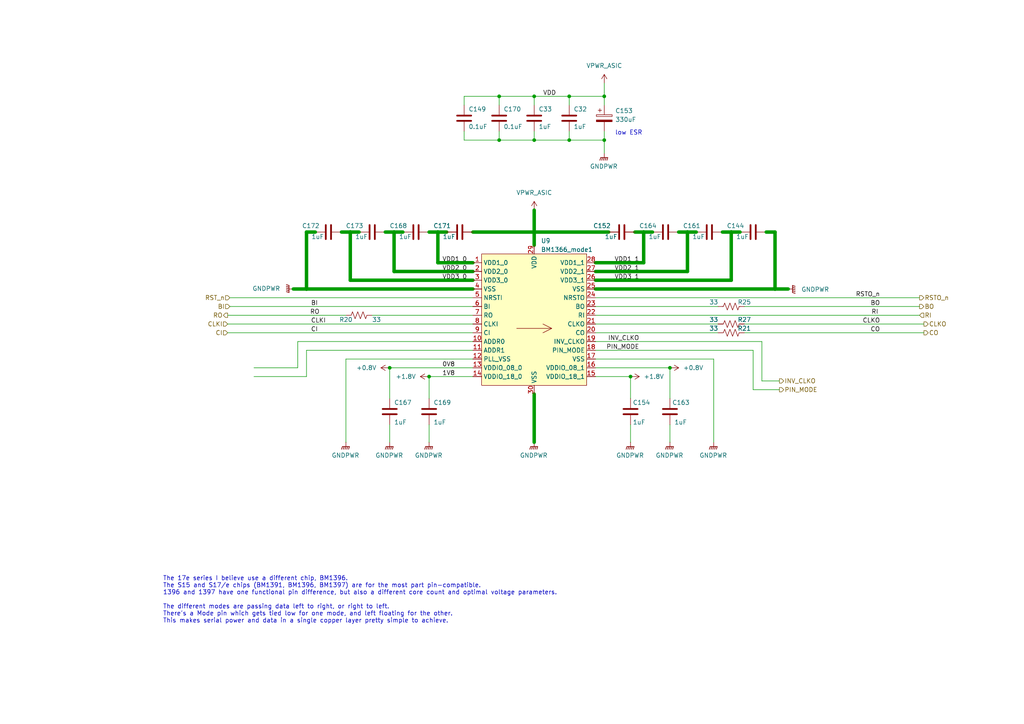
<source format=kicad_sch>
(kicad_sch (version 20231120) (generator "eeschema") (generator_version "8.0")
  (paper "A4")
  (lib_symbols
    (symbol "Device:C" (pin_numbers hide) (pin_names (offset 0.254))
      (property "Reference" "C" (at 0.635 2.54 0))
      (property "Value" "C" (at 0.635 -2.54 0))
      (symbol "C_0_1"
        (polyline (pts (xy -2.032 -0.762) (xy 2.032 -0.762)) (stroke (width 0.508)))
        (polyline (pts (xy -2.032 0.762) (xy 2.032 0.762)) (stroke (width 0.508)))
      )
      (symbol "C_1_1"
        (pin passive line (at 0 3.81 270) (length 2.794) (name "~") (number "1"))
        (pin passive line (at 0 -3.81 90) (length 2.794) (name "~") (number "2"))
      )
    )
    (symbol "Device:C_Polarized" (pin_numbers hide) (pin_names (offset 0.254))
      (property "Reference" "C" (at 0.635 2.54 0))
      (property "Value" "C_Polarized" (at 0.635 -2.54 0))
      (symbol "C_Polarized_0_1"
        (rectangle (start -2.286 0.508) (end 2.286 1.016))
        (polyline (pts (xy -1.778 2.286) (xy -0.762 2.286)))
        (polyline (pts (xy -1.27 2.794) (xy -1.27 1.778)))
        (rectangle (start 2.286 -0.508) (end -2.286 -1.016) (fill (type outline)))
      )
      (symbol "C_Polarized_1_1"
        (pin passive line (at 0 3.81 270) (length 2.794) (name "~") (number "1"))
        (pin passive line (at 0 -3.81 90) (length 2.794) (name "~") (number "2"))
      )
    )
    (symbol "Device:R_US" (pin_numbers hide) (pin_names (offset 0))
      (property "Reference" "R" (at 2.54 0 90))
      (property "Value" "R_US" (at -2.54 0 90))
      (symbol "R_US_0_1"
        (polyline (pts (xy 0 -2.286) (xy 0 -2.54)))
        (polyline (pts (xy 0 2.286) (xy 0 2.54)))
        (polyline (pts (xy 0 -0.762) (xy 1.016 -1.143) (xy 0 -1.524) (xy -1.016 -1.905) (xy 0 -2.286)))
        (polyline (pts (xy 0 0.762) (xy 1.016 0.381) (xy 0 0) (xy -1.016 -0.381) (xy 0 -0.762)))
        (polyline (pts (xy 0 2.286) (xy 1.016 1.905) (xy 0 1.524) (xy -1.016 1.143) (xy 0 0.762)))
      )
      (symbol "R_US_1_1"
        (pin passive line (at 0 3.81 270) (length 1.27) (name "~") (number "1"))
        (pin passive line (at 0 -3.81 90) (length 1.27) (name "~") (number "2"))
      )
    )
    (symbol "bitaxe:BM1366_mode1"
      (property "Reference" "U14" (at 1.9559 24.13 0))
      (property "Value" "BM1366_mode1" (at 1.9559 21.59 0))
      (symbol "BM1366_mode1_0_1"
        (rectangle (start -15.24 20.32) (end 15.24 -17.78) (fill (type background)))
        (polyline (pts (xy 5.08 -1.27) (xy -5.08 -1.27)))
        (polyline (pts (xy 5.08 -1.27) (xy 2.54 -2.54)))
        (polyline (pts (xy 5.08 -1.27) (xy 2.54 0)))
      )
      (symbol "BM1366_mode1_1_1"
        (pin power_in line (at -17.78 17.78 0) (length 2.54) (name "VDD1_0") (number "1"))
        (pin input line (at -17.78 -5.08 0) (length 2.54) (name "ADDR0") (number "10"))
        (pin input line (at -17.78 -7.62 0) (length 2.54) (name "ADDR1") (number "11"))
        (pin power_in line (at -17.78 -10.16 0) (length 2.54) (name "PLL_VSS") (number "12"))
        (pin power_in line (at -17.78 -12.7 0) (length 2.54) (name "VDDIO_08_0") (number "13"))
        (pin power_in line (at -17.78 -15.24 0) (length 2.54) (name "VDDIO_18_0") (number "14"))
        (pin power_in line (at 17.78 -15.24 180) (length 2.54) (name "VDDIO_18_1") (number "15"))
        (pin power_in line (at 17.78 -12.7 180) (length 2.54) (name "VDDIO_08_1") (number "16"))
        (pin power_in line (at 17.78 -10.16 180) (length 2.54) (name "VSS") (number "17"))
        (pin input line (at 17.78 -7.62 180) (length 2.54) (name "PIN_MODE") (number "18"))
        (pin output line (at 17.78 -5.08 180) (length 2.54) (name "INV_CLKO") (number "19"))
        (pin power_in line (at -17.78 15.24 0) (length 2.54) (name "VDD2_0") (number "2"))
        (pin output line (at 17.78 -2.54 180) (length 2.54) (name "CO") (number "20"))
        (pin output line (at 17.78 0 180) (length 2.54) (name "CLKO") (number "21"))
        (pin input line (at 17.78 2.54 180) (length 2.54) (name "RI") (number "22"))
        (pin output line (at 17.78 5.08 180) (length 2.54) (name "BO") (number "23"))
        (pin output line (at 17.78 7.62 180) (length 2.54) (name "NRSTO") (number "24"))
        (pin power_in line (at 17.78 10.16 180) (length 2.54) (name "VSS") (number "25"))
        (pin power_in line (at 17.78 12.7 180) (length 2.54) (name "VDD3_1") (number "26"))
        (pin power_in line (at 17.78 15.24 180) (length 2.54) (name "VDD2_1") (number "27"))
        (pin power_in line (at 17.78 17.78 180) (length 2.54) (name "VDD1_1") (number "28"))
        (pin power_in line (at 0 22.86 270) (length 2.54) (name "VDD") (number "29"))
        (pin power_in line (at -17.78 12.7 0) (length 2.54) (name "VDD3_0") (number "3"))
        (pin power_in line (at 0 -20.32 90) (length 2.54) (name "VSS") (number "30"))
        (pin power_in line (at -17.78 10.16 0) (length 2.54) (name "VSS") (number "4"))
        (pin input line (at -17.78 7.62 0) (length 2.54) (name "NRSTI") (number "5"))
        (pin input line (at -17.78 5.08 0) (length 2.54) (name "BI") (number "6"))
        (pin output line (at -17.78 2.54 0) (length 2.54) (name "RO") (number "7"))
        (pin input line (at -17.78 0 0) (length 2.54) (name "CLKI") (number "8"))
        (pin input line (at -17.78 -2.54 0) (length 2.54) (name "CI") (number "9"))
      )
    )
    (symbol "power:GNDPWR" (power) (pin_numbers hide) (pin_names (offset 0) hide)
      (property "Value" "GNDPWR" (at 0 -3.302 0))
      (symbol "GNDPWR_0_1"
        (polyline (pts (xy 0 -1.27) (xy 0 0)))
        (polyline (pts (xy -1.016 -1.27) (xy -1.27 -2.032) (xy -1.27 -2.032)) (stroke (width 0.2032)))
        (polyline (pts (xy -0.508 -1.27) (xy -0.762 -2.032) (xy -0.762 -2.032)) (stroke (width 0.2032)))
        (polyline (pts (xy 0 -1.27) (xy -0.254 -2.032) (xy -0.254 -2.032)) (stroke (width 0.2032)))
        (polyline (pts (xy 0.508 -1.27) (xy 0.254 -2.032) (xy 0.254 -2.032)) (stroke (width 0.2032)))
        (polyline (pts (xy 1.016 -1.27) (xy -1.016 -1.27) (xy -1.016 -1.27)) (stroke (width 0.2032)))
        (polyline (pts (xy 1.016 -1.27) (xy 0.762 -2.032) (xy 0.762 -2.032) (xy 0.762 -2.032)) (stroke (width 0.2032)))
      )
      (symbol "GNDPWR_1_1"
        (pin power_in line (at 0 0 270) (length 0) (name "~") (number "1"))
      )
    )
    (symbol "power:VDD" (power) (pin_numbers hide) (pin_names (offset 0) hide)
      (property "Value" "VDD" (at 0 3.556 0))
      (symbol "VDD_0_1"
        (polyline (pts (xy -0.762 1.27) (xy 0 2.54)))
        (polyline (pts (xy 0 0) (xy 0 2.54)))
        (polyline (pts (xy 0 2.54) (xy 0.762 1.27)))
      )
      (symbol "VDD_1_1"
        (pin power_in line (at 0 0 90) (length 0) (name "~") (number "1"))
      )
    )
  )
  (junction (at 113.03 106.68))
  (junction (at 154.94 40.64) (diameter 0.9144))
  (junction (at 165.1 40.64))
  (junction (at 165.1 27.94))
  (junction (at 175.26 27.94))
  (junction (at 154.94 67.31))
  (junction (at 144.78 40.64) (diameter 0.9144))
  (junction (at 114.3 67.31))
  (junction (at 224.79 83.82))
  (junction (at 212.09 67.31))
  (junction (at 175.26 40.64))
  (junction (at 182.88 109.22))
  (junction (at 124.46 109.22))
  (junction (at 194.31 106.68))
  (junction (at 154.94 27.94) (diameter 0.9144))
  (junction (at 101.6 67.31))
  (junction (at 144.78 27.94) (diameter 0.9144))
  (junction (at 186.69 67.31))
  (junction (at 127 67.31))
  (junction (at 199.39 67.31))
  (junction (at 88.9 83.82))
  (wire (pts (xy 172.72 78.74) (xy 199.39 78.74)) (stroke (width 1)))
  (wire (pts (xy 172.72 91.44) (xy 266.7 91.44)))
  (wire (pts (xy 172.72 81.28) (xy 212.09 81.28)) (stroke (width 1)))
  (wire (pts (xy 175.26 44.45) (xy 175.26 40.64)))
  (wire (pts (xy 224.79 83.82) (xy 224.79 67.31)) (stroke (width 1)))
  (wire (pts (xy 73.66 109.22) (xy 88.9 109.22)))
  (wire (pts (xy 224.79 67.31) (xy 222.25 67.31)) (stroke (width 1)))
  (wire (pts (xy 172.72 106.68) (xy 194.31 106.68)))
  (wire (pts (xy 144.78 30.48) (xy 144.78 27.94)))
  (wire (pts (xy 194.31 106.68) (xy 194.31 115.57)))
  (wire (pts (xy 186.69 76.2) (xy 186.69 67.31)) (stroke (width 1)))
  (wire (pts (xy 172.72 99.06) (xy 220.98 99.06)))
  (wire (pts (xy 184.15 67.31) (xy 186.69 67.31)) (stroke (width 1)))
  (wire (pts (xy 88.9 83.82) (xy 88.9 67.31)) (stroke (width 1)))
  (wire (pts (xy 88.9 101.6) (xy 137.16 101.6)))
  (wire (pts (xy 86.36 106.68) (xy 86.36 99.06)))
  (wire (pts (xy 224.79 83.82) (xy 228.6 83.82)) (stroke (width 1)))
  (wire (pts (xy 196.85 67.31) (xy 199.39 67.31)) (stroke (width 1)))
  (wire (pts (xy 165.1 30.48) (xy 165.1 27.94)))
  (wire (pts (xy 172.72 76.2) (xy 186.69 76.2)) (stroke (width 1)))
  (wire (pts (xy 172.72 96.52) (xy 208.28 96.52)))
  (wire (pts (xy 66.04 96.52) (xy 137.16 96.52)))
  (wire (pts (xy 172.72 83.82) (xy 224.79 83.82)) (stroke (width 1)))
  (wire (pts (xy 172.72 109.22) (xy 182.88 109.22)))
  (wire (pts (xy 215.9 88.9) (xy 266.7 88.9)))
  (wire (pts (xy 113.03 106.68) (xy 137.16 106.68)))
  (wire (pts (xy 182.88 123.19) (xy 182.88 128.27)))
  (wire (pts (xy 107.95 91.44) (xy 137.16 91.44)))
  (wire (pts (xy 199.39 78.74) (xy 199.39 67.31)) (stroke (width 1)))
  (wire (pts (xy 66.04 93.98) (xy 137.16 93.98)))
  (wire (pts (xy 114.3 67.31) (xy 116.84 67.31)))
  (wire (pts (xy 182.88 109.22) (xy 182.88 115.57)))
  (wire (pts (xy 175.26 38.1) (xy 175.26 40.64)))
  (wire (pts (xy 73.66 106.68) (xy 86.36 106.68)))
  (wire (pts (xy 114.3 67.31) (xy 116.84 67.31)) (stroke (width 1)))
  (wire (pts (xy 172.72 101.6) (xy 218.44 101.6)))
  (wire (pts (xy 154.94 27.94) (xy 165.1 27.94)))
  (wire (pts (xy 124.46 123.19) (xy 124.46 128.27)))
  (wire (pts (xy 111.76 67.31) (xy 114.3 67.31)) (stroke (width 1)))
  (wire (pts (xy 137.16 67.31) (xy 154.94 67.31)) (stroke (width 1)))
  (wire (pts (xy 144.78 40.64) (xy 154.94 40.64)))
  (wire (pts (xy 194.31 123.19) (xy 194.31 128.27)))
  (wire (pts (xy 127 76.2) (xy 137.16 76.2)) (stroke (width 1)))
  (wire (pts (xy 127 67.31) (xy 125.73 67.31)))
  (wire (pts (xy 172.72 104.14) (xy 207.01 104.14)))
  (wire (pts (xy 101.6 67.31) (xy 104.14 67.31)) (stroke (width 1)))
  (wire (pts (xy 199.39 67.31) (xy 201.93 67.31)) (stroke (width 1)))
  (wire (pts (xy 209.55 67.31) (xy 212.09 67.31)) (stroke (width 1)))
  (wire (pts (xy 186.69 67.31) (xy 189.23 67.31)) (stroke (width 1)))
  (wire (pts (xy 86.36 99.06) (xy 137.16 99.06)))
  (wire (pts (xy 172.72 88.9) (xy 208.28 88.9)))
  (wire (pts (xy 165.1 40.64) (xy 175.26 40.64)))
  (wire (pts (xy 215.9 93.98) (xy 267.97 93.98)))
  (wire (pts (xy 66.675 86.36) (xy 137.16 86.36)))
  (wire (pts (xy 144.78 38.1) (xy 144.78 40.64)))
  (wire (pts (xy 137.16 104.14) (xy 100.33 104.14)))
  (wire (pts (xy 114.3 78.74) (xy 137.16 78.74)) (stroke (width 1)))
  (wire (pts (xy 144.78 27.94) (xy 154.94 27.94)))
  (wire (pts (xy 66.675 88.9) (xy 137.16 88.9)))
  (wire (pts (xy 66.04 91.44) (xy 100.33 91.44)))
  (wire (pts (xy 154.94 67.31) (xy 154.94 71.12)) (stroke (width 1)))
  (wire (pts (xy 100.33 104.14) (xy 100.33 128.27)))
  (wire (pts (xy 134.62 38.1) (xy 134.62 40.64)))
  (wire (pts (xy 212.09 67.31) (xy 214.63 67.31)) (stroke (width 1)))
  (wire (pts (xy 226.06 110.49) (xy 220.98 110.49)))
  (wire (pts (xy 154.94 30.48) (xy 154.94 27.94)))
  (wire (pts (xy 154.94 60.96) (xy 154.94 67.31)) (stroke (width 1)))
  (wire (pts (xy 113.03 106.68) (xy 113.03 115.57)))
  (wire (pts (xy 226.06 113.03) (xy 218.44 113.03)))
  (wire (pts (xy 127 67.31) (xy 127 76.2)) (stroke (width 1)))
  (wire (pts (xy 101.6 81.28) (xy 137.16 81.28)) (stroke (width 1)))
  (wire (pts (xy 124.46 109.22) (xy 137.16 109.22)))
  (wire (pts (xy 220.98 110.49) (xy 220.98 99.06)))
  (wire (pts (xy 134.62 30.48) (xy 134.62 27.94)))
  (wire (pts (xy 88.9 67.31) (xy 91.44 67.31)) (stroke (width 1)))
  (wire (pts (xy 113.03 123.19) (xy 113.03 128.27)))
  (wire (pts (xy 165.1 38.1) (xy 165.1 40.64)))
  (wire (pts (xy 88.9 83.82) (xy 137.16 83.82)) (stroke (width 1)))
  (wire (pts (xy 175.26 30.48) (xy 175.26 27.94)))
  (wire (pts (xy 124.46 67.31) (xy 127 67.31)) (stroke (width 1)))
  (wire (pts (xy 154.94 114.3) (xy 154.94 128.27)) (stroke (width 1)))
  (wire (pts (xy 212.09 81.28) (xy 212.09 67.31)) (stroke (width 1)))
  (wire (pts (xy 172.72 86.36) (xy 266.7 86.36)))
  (wire (pts (xy 101.6 81.28) (xy 101.6 67.31)) (stroke (width 1)))
  (wire (pts (xy 88.9 109.22) (xy 88.9 101.6)))
  (wire (pts (xy 175.26 24.13) (xy 175.26 27.94)))
  (wire (pts (xy 114.3 78.74) (xy 114.3 67.31)) (stroke (width 1)))
  (wire (pts (xy 154.94 67.31) (xy 176.53 67.31)) (stroke (width 1)))
  (wire (pts (xy 218.44 113.03) (xy 218.44 101.6)))
  (wire (pts (xy 154.94 38.1) (xy 154.94 40.64)))
  (wire (pts (xy 134.62 27.94) (xy 144.78 27.94)))
  (wire (pts (xy 207.01 104.14) (xy 207.01 128.27)))
  (wire (pts (xy 165.1 27.94) (xy 175.26 27.94)))
  (wire (pts (xy 99.06 67.31) (xy 101.6 67.31)) (stroke (width 1)))
  (wire (pts (xy 172.72 93.98) (xy 208.28 93.98)))
  (wire (pts (xy 165.1 40.64) (xy 154.94 40.64)))
  (wire (pts (xy 215.9 96.52) (xy 267.97 96.52)))
  (wire (pts (xy 127 67.31) (xy 129.54 67.31)) (stroke (width 1)))
  (wire (pts (xy 144.78 40.64) (xy 134.62 40.64)))
  (wire (pts (xy 85.09 83.82) (xy 88.9 83.82)) (stroke (width 1)))
  (wire (pts (xy 124.46 109.22) (xy 124.46 115.57)))
  (wire (pts (xy 101.6 67.31) (xy 102.87 67.31)))
  (text "low ESR" (at 182.372 38.608 0) (effects (font (size 1.27 1.27))))
  (text "The 17e series I believe use a different chip, BM1396. \nThe S15 and S17/e chips (BM1391, BM1396, BM1397) are for the most part pin-compatible. \n1396 and 1397 have one functional pin difference, but also a different core count and optimal voltage parameters.\n\nThe different modes are passing data left to right, or right to left. \nThere's a Mode pin which gets tied low for one mode, and left floating for the other. \nThis makes serial power and data in a single copper layer pretty simple to achieve." (at 47.244 173.99 0) (effects (font (size 1.27 1.27)) (justify left)))
  (label "BI" (at 90.17 88.9 0))
  (label "INV_CLKO" (at 185.42 99.06 180))
  (label "RSTO_n" (at 255.27 86.36 180))
  (label "PIN_MODE" (at 185.42 101.6 180))
  (label "BO" (at 255.27 88.9 180))
  (label "CLKO" (at 255.27 93.98 180))
  (label "CO" (at 255.27 96.52 180))
  (label "CLKI" (at 90.17 93.98 0))
  (label "CI" (at 90.17 96.52 0))
  (label "RI" (at 252.73 91.44 0))
  (label "VDD3_1" (at 185.42 81.28 180))
  (label "VDD1_0" (at 128.27 76.2 0))
  (label "VDD" (at 157.48 27.94 0))
  (label "0V8" (at 128.27 106.68 0))
  (label "1V8" (at 128.27 109.22 0))
  (label "VDD2_0" (at 128.27 78.74 0))
  (label "VDD2_1" (at 185.42 78.74 180))
  (label "VDD1_1" (at 185.42 76.2 180))
  (label "RO" (at 92.71 91.44 180))
  (label "VDD3_0" (at 128.27 81.28 0))
  (hierarchical_label "RST_n" (shape input) (at 66.675 86.36 180))
  (hierarchical_label "CLKO" (shape output) (at 267.97 93.98 0))
  (hierarchical_label "PIN_MODE" (shape output) (at 226.06 113.03 0))
  (hierarchical_label "CLKI" (shape input) (at 66.04 93.98 180))
  (hierarchical_label "CI" (shape input) (at 66.04 96.52 180))
  (hierarchical_label "INV_CLKO" (shape output) (at 226.06 110.49 0))
  (hierarchical_label "CO" (shape output) (at 267.97 96.52 0))
  (hierarchical_label "RSTO_n" (shape output) (at 266.7 86.36 0))
  (hierarchical_label "BO" (shape output) (at 266.7 88.9 0))
  (hierarchical_label "RO" (shape output) (at 66.04 91.44 180))
  (hierarchical_label "RI" (shape input) (at 266.7 91.44 0))
  (hierarchical_label "BI" (shape input) (at 66.675 88.9 180))
  (symbol (lib_id "power:GNDPWR") (at 182.88 128.27 0) (unit 1)
    (property "Reference" "#PWR064" (effects (hide yes)))
    (property "Value" "GNDPWR" (at 182.753 132.08 0))
    (property "Description" "Power symbol creates a global label with name \"GNDPWR\" , global ground" (effects (hide yes)))
    (instances (project "EKO_Miner_BM1366" (path "" (reference "#PWR064") (unit 1)) (path "" (reference "#PWR066") (unit 1)) (path "" (reference "#PWR068") (unit 1)) (path "" (reference "#PWR072") (unit 1)) (path "" (reference "#PWR074") (unit 1)) (path "" (reference "#PWR075") (unit 1)) (path "" (reference "#PWR077") (unit 1)) (path "" (reference "#PWR080") (unit 1))))
  )
  (symbol (lib_id "Device:R_US") (at 212.09 93.98 90) (unit 1)
    (property "Reference" "R27" (at 215.9 92.71 90))
    (property "Value" "33" (at 207.01 92.71 90))
    (property "Footprint" "Resistor_SMD:R_0402_1005Metric" (effects (hide yes)))
    (property "DK" "311-33.0LRCT-ND" (effects (hide yes)))
    (property "PARTNO" "RC0402FR-0733RL" (effects (hide yes)))
    (instances (project "EKO_Miner_BM1366" (path "" (reference "R27") (unit 1)) (path "" (reference "R26") (unit 1)) (path "" (reference "R34") (unit 1)) (path "" (reference "R36") (unit 1)) (path "" (reference "R44") (unit 1)) (path "" (reference "R45") (unit 1)) (path "" (reference "R55") (unit 1)) (path "" (reference "R53") (unit 1))))
  )
  (symbol (lib_id "power:VDD") (at 194.31 106.68 270) (unit 1)
    (property "Reference" "#PWR0174" (effects (hide yes)))
    (property "Value" "+0.8V" (at 198.12 106.6801 90) (effects (justify left)))
    (property "Description" "Power symbol creates a global label with name \"VDD\"" (effects (hide yes)))
    (instances (project "EKO_Miner_BM1366" (path "" (reference "#PWR0174") (unit 1)) (path "" (reference "#PWR073") (unit 1)) (path "" (reference "#PWR091") (unit 1)) (path "" (reference "#PWR0108") (unit 1)) (path "" (reference "#PWR0125") (unit 1)) (path "" (reference "#PWR0142") (unit 1)) (path "" (reference "#PWR0159") (unit 1)) (path "" (reference "#PWR0178") (unit 1))))
  )
  (symbol (lib_id "power:GNDPWR") (at 85.09 83.82 270) (unit 1)
    (property "Reference" "#PWR0269" (effects (hide yes)))
    (property "Value" "GNDPWR" (at 81.28 83.6929 90) (effects (justify right)))
    (property "Description" "Power symbol creates a global label with name \"GNDPWR\" , global ground" (effects (hide yes)))
    (instances (project "EKO_Miner_BM1366" (path "" (reference "#PWR0269") (unit 1)) (path "" (reference "#PWR0271") (unit 1)) (path "" (reference "#PWR0272") (unit 1)) (path "" (reference "#PWR0273") (unit 1)) (path "" (reference "#PWR0274") (unit 1)) (path "" (reference "#PWR0275") (unit 1)) (path "" (reference "#PWR0276") (unit 1)) (path "" (reference "#PWR0277") (unit 1))))
  )
  (symbol (lib_id "power:VDD") (at 182.88 109.22 270) (unit 1)
    (property "Reference" "#PWR0175" (effects (hide yes)))
    (property "Value" "+1.8V" (at 186.69 109.2201 90) (effects (justify left)))
    (property "Description" "Power symbol creates a global label with name \"VDD\"" (effects (hide yes)))
    (instances (project "EKO_Miner_BM1366" (path "" (reference "#PWR0175") (unit 1)) (path "" (reference "#PWR071") (unit 1)) (path "" (reference "#PWR089") (unit 1)) (path "" (reference "#PWR0106") (unit 1)) (path "" (reference "#PWR0123") (unit 1)) (path "" (reference "#PWR0140") (unit 1)) (path "" (reference "#PWR0157") (unit 1)) (path "" (reference "#PWR0176") (unit 1))))
  )
  (symbol (lib_id "Device:C") (at 144.78 34.29 0) (unit 1)
    (property "Reference" "C170" (at 146.05 32.385 0) (effects (justify left bottom)))
    (property "Value" "0.1uF" (at 146.05 37.465 0) (effects (justify left bottom)))
    (property "Footprint" "Capacitor_SMD:C_0402_1005Metric" (effects (hide yes)))
    (property "DK" "1292-1639-1-ND" (effects (hide yes)))
    (property "PARTNO" "0402X104K100CT" (effects (hide yes)))
    (instances (project "EKO_Miner_BM1366" (path "" (reference "C170") (unit 1)) (path "" (reference "C155") (unit 1)) (path "" (reference "C136") (unit 1)) (path "" (reference "C142") (unit 1)) (path "" (reference "C112") (unit 1)) (path "" (reference "C83") (unit 1)) (path "" (reference "C93") (unit 1)) (path "" (reference "C67") (unit 1))))
  )
  (symbol (lib_id "Device:C") (at 107.95 67.31 90) (unit 1)
    (property "Reference" "C173" (at 105.41 64.77 90) (effects (justify left bottom)))
    (property "Value" "1uF" (at 106.68 67.945 90) (effects (justify left bottom)))
    (property "Footprint" "Capacitor_SMD:C_0402_1005Metric" (effects (hide yes)))
    (property "DK" "587-5514-1-ND" (effects (hide yes)))
    (property "PARTNO" "EMK105BJ105MV-F" (effects (hide yes)))
    (instances (project "EKO_Miner_BM1366" (path "" (reference "C173") (unit 1)) (path "" (reference "C162") (unit 1)) (path "" (reference "C130") (unit 1)) (path "" (reference "C129") (unit 1)) (path "" (reference "C109") (unit 1)) (path "" (reference "C89") (unit 1)) (path "" (reference "C75") (unit 1)) (path "" (reference "C55") (unit 1))))
  )
  (symbol (lib_id "Device:R_US") (at 212.09 96.52 90) (unit 1)
    (property "Reference" "R21" (at 215.9 95.25 90))
    (property "Value" "33" (at 207.01 95.25 90))
    (property "Footprint" "Resistor_SMD:R_0402_1005Metric" (effects (hide yes)))
    (property "DK" "311-33.0LRCT-ND" (effects (hide yes)))
    (property "PARTNO" "RC0402FR-0733RL" (effects (hide yes)))
    (instances (project "EKO_Miner_BM1366" (path "" (reference "R21") (unit 1)) (path "" (reference "R29") (unit 1)) (path "" (reference "R35") (unit 1)) (path "" (reference "R39") (unit 1)) (path "" (reference "R37") (unit 1)) (path "" (reference "R48") (unit 1)) (path "" (reference "R52") (unit 1)) (path "" (reference "R60") (unit 1))))
  )
  (symbol (lib_id "Device:C") (at 113.03 119.38 0) (unit 1)
    (property "Reference" "C167" (at 114.3 117.475 0) (effects (justify left bottom)))
    (property "Value" "1uF" (at 114.3 123.19 0) (effects (justify left bottom)))
    (property "Footprint" "Capacitor_SMD:C_0402_1005Metric" (effects (hide yes)))
    (property "DK" "587-5514-1-ND" (effects (hide yes)))
    (property "PARTNO" "EMK105BJ105MV-F" (effects (hide yes)))
    (instances (project "EKO_Miner_BM1366" (path "" (reference "C167") (unit 1)) (path "" (reference "C156") (unit 1)) (path "" (reference "C124") (unit 1)) (path "" (reference "C138") (unit 1)) (path "" (reference "C115") (unit 1)) (path "" (reference "C87") (unit 1)) (path "" (reference "C88") (unit 1)) (path "" (reference "C71") (unit 1))))
  )
  (symbol (lib_id "power:GNDPWR") (at 207.01 128.27 0) (unit 1)
    (property "Reference" "#PWR099" (effects (hide yes)))
    (property "Value" "GNDPWR" (at 206.883 132.08 0))
    (property "Description" "Power symbol creates a global label with name \"GNDPWR\" , global ground" (effects (hide yes)))
    (instances (project "EKO_Miner_BM1366" (path "" (reference "#PWR099") (unit 1)) (path "" (reference "#PWR0101") (unit 1)) (path "" (reference "#PWR0103") (unit 1)) (path "" (reference "#PWR0107") (unit 1)) (path "" (reference "#PWR0109") (unit 1)) (path "" (reference "#PWR0110") (unit 1)) (path "" (reference "#PWR0112") (unit 1)) (path "" (reference "#PWR0113") (unit 1))))
  )
  (symbol (lib_id "Device:C") (at 205.74 67.31 90) (unit 1)
    (property "Reference" "C161" (at 203.2 64.77 90) (effects (justify left bottom)))
    (property "Value" "1uF" (at 204.47 67.945 90) (effects (justify left bottom)))
    (property "Footprint" "Capacitor_SMD:C_0402_1005Metric" (effects (hide yes)))
    (property "DK" "587-5514-1-ND" (effects (hide yes)))
    (property "PARTNO" "EMK105BJ105MV-F" (effects (hide yes)))
    (instances (project "EKO_Miner_BM1366" (path "" (reference "C161") (unit 1)) (path "" (reference "C151") (unit 1)) (path "" (reference "C125") (unit 1)) (path "" (reference "C99") (unit 1)) (path "" (reference "C117") (unit 1)) (path "" (reference "C81") (unit 1)) (path "" (reference "C58") (unit 1)) (path "" (reference "C56") (unit 1))))
  )
  (symbol (lib_id "Device:C") (at 120.65 67.31 90) (unit 1)
    (property "Reference" "C168" (at 118.11 64.77 90) (effects (justify left bottom)))
    (property "Value" "1uF" (at 119.38 67.945 90) (effects (justify left bottom)))
    (property "Footprint" "Capacitor_SMD:C_0402_1005Metric" (effects (hide yes)))
    (property "DK" "587-5514-1-ND" (effects (hide yes)))
    (property "PARTNO" "EMK105BJ105MV-F" (effects (hide yes)))
    (instances (project "EKO_Miner_BM1366" (path "" (reference "C168") (unit 1)) (path "" (reference "C166") (unit 1)) (path "" (reference "C140") (unit 1)) (path "" (reference "C139") (unit 1)) (path "" (reference "C113") (unit 1)) (path "" (reference "C79") (unit 1)) (path "" (reference "C96") (unit 1)) (path "" (reference "C69") (unit 1))))
  )
  (symbol (lib_id "Device:C") (at 218.44 67.31 90) (unit 1)
    (property "Reference" "C144" (at 215.9 64.77 90) (effects (justify left bottom)))
    (property "Value" "1uF" (at 217.17 67.945 90) (effects (justify left bottom)))
    (property "Footprint" "Capacitor_SMD:C_0402_1005Metric" (effects (hide yes)))
    (property "DK" "587-5514-1-ND" (effects (hide yes)))
    (property "PARTNO" "EMK105BJ105MV-F" (effects (hide yes)))
    (instances (project "EKO_Miner_BM1366" (path "" (reference "C144") (unit 1)) (path "" (reference "C146") (unit 1)) (path "" (reference "C133") (unit 1)) (path "" (reference "C105") (unit 1)) (path "" (reference "C107") (unit 1)) (path "" (reference "C84") (unit 1)) (path "" (reference "C63") (unit 1)) (path "" (reference "C65") (unit 1))))
  )
  (symbol (lib_id "power:VDD") (at 175.26 24.13 0) (unit 1)
    (property "Reference" "#PWR056" (effects (hide yes)))
    (property "Value" "VPWR_ASIC" (at 175.26 19.05 0))
    (property "Description" "Power symbol creates a global label with name \"VDD\"" (effects (hide yes)))
    (instances (project "EKO_Miner_BM1366" (path "" (reference "#PWR056") (unit 1)) (path "" (reference "#PWR069") (unit 1)) (path "" (reference "#PWR087") (unit 1)) (path "" (reference "#PWR0104") (unit 1)) (path "" (reference "#PWR0121") (unit 1)) (path "" (reference "#PWR0138") (unit 1)) (path "" (reference "#PWR0155") (unit 1)) (path "" (reference "#PWR0172") (unit 1))))
  )
  (symbol (lib_id "Device:C") (at 134.62 34.29 0) (unit 1)
    (property "Reference" "C149" (at 135.89 32.385 0) (effects (justify left bottom)))
    (property "Value" "0.1uF" (at 135.89 37.465 0) (effects (justify left bottom)))
    (property "Footprint" "Capacitor_SMD:C_0402_1005Metric" (effects (hide yes)))
    (property "DK" "1292-1639-1-ND" (effects (hide yes)))
    (property "PARTNO" "0402X104K100CT" (effects (hide yes)))
    (instances (project "EKO_Miner_BM1366" (path "" (reference "C149") (unit 1)) (path "" (reference "C165") (unit 1)) (path "" (reference "C128") (unit 1)) (path "" (reference "C110") (unit 1)) (path "" (reference "C114") (unit 1)) (path "" (reference "C77") (unit 1)) (path "" (reference "C94") (unit 1)) (path "" (reference "C64") (unit 1))))
  )
  (symbol (lib_id "power:GNDPWR") (at 124.46 128.27 0) (unit 1)
    (property "Reference" "#PWR0114" (effects (hide yes)))
    (property "Value" "GNDPWR" (at 124.333 132.08 0))
    (property "Description" "Power symbol creates a global label with name \"GNDPWR\" , global ground" (effects (hide yes)))
    (instances (project "EKO_Miner_BM1366" (path "" (reference "#PWR0114") (unit 1)) (path "" (reference "#PWR0116") (unit 1)) (path "" (reference "#PWR0118") (unit 1)) (path "" (reference "#PWR0120") (unit 1)) (path "" (reference "#PWR0124") (unit 1)) (path "" (reference "#PWR0126") (unit 1)) (path "" (reference "#PWR0127") (unit 1)) (path "" (reference "#PWR0128") (unit 1))))
  )
  (symbol (lib_id "power:GNDPWR") (at 113.03 128.27 0) (unit 1)
    (property "Reference" "#PWR0129" (effects (hide yes)))
    (property "Value" "GNDPWR" (at 112.903 132.08 0))
    (property "Description" "Power symbol creates a global label with name \"GNDPWR\" , global ground" (effects (hide yes)))
    (instances (project "EKO_Miner_BM1366" (path "" (reference "#PWR0129") (unit 1)) (path "" (reference "#PWR0130") (unit 1)) (path "" (reference "#PWR0131") (unit 1)) (path "" (reference "#PWR0133") (unit 1)) (path "" (reference "#PWR0135") (unit 1)) (path "" (reference "#PWR0137") (unit 1)) (path "" (reference "#PWR0141") (unit 1)) (path "" (reference "#PWR0143") (unit 1))))
  )
  (symbol (lib_id "power:GNDPWR") (at 175.26 44.45 0) (unit 1)
    (property "Reference" "#PWR043" (effects (hide yes)))
    (property "Value" "GNDPWR" (at 175.133 48.26 0))
    (property "Description" "Power symbol creates a global label with name \"GNDPWR\" , global ground" (effects (hide yes)))
    (instances (project "EKO_Miner_BM1366" (path "" (reference "#PWR043") (unit 1)) (path "" (reference "#PWR070") (unit 1)) (path "" (reference "#PWR088") (unit 1)) (path "" (reference "#PWR0105") (unit 1)) (path "" (reference "#PWR0122") (unit 1)) (path "" (reference "#PWR0139") (unit 1)) (path "" (reference "#PWR0156") (unit 1)) (path "" (reference "#PWR0158") (unit 1))))
  )
  (symbol (lib_id "Device:R_US") (at 104.14 91.44 270) (unit 1)
    (property "Reference" "R20" (at 100.33 92.71 90))
    (property "Value" "33" (at 109.22 92.71 90))
    (property "Footprint" "Resistor_SMD:R_0402_1005Metric" (effects (hide yes)))
    (property "DK" "311-33.0LRCT-ND" (effects (hide yes)))
    (property "PARTNO" "RC0402FR-0733RL" (effects (hide yes)))
    (instances (project "EKO_Miner_BM1366" (path "" (reference "R20") (unit 1)) (path "" (reference "R23") (unit 1)) (path "" (reference "R33") (unit 1)) (path "" (reference "R31") (unit 1)) (path "" (reference "R42") (unit 1)) (path "" (reference "R50") (unit 1)) (path "" (reference "R47") (unit 1)) (path "" (reference "R51") (unit 1))))
  )
  (symbol (lib_id "power:GNDPWR") (at 228.6 83.82 90) (unit 1)
    (property "Reference" "#PWR048" (effects (hide yes)))
    (property "Value" "GNDPWR" (at 232.41 83.9469 90) (effects (justify right)))
    (property "Description" "Power symbol creates a global label with name \"GNDPWR\" , global ground" (effects (hide yes)))
    (instances (project "EKO_Miner_BM1366" (path "" (reference "#PWR048") (unit 1)) (path "" (reference "#PWR058") (unit 1)) (path "" (reference "#PWR059") (unit 1)) (path "" (reference "#PWR076") (unit 1)) (path "" (reference "#PWR078") (unit 1)) (path "" (reference "#PWR094") (unit 1)) (path "" (reference "#PWR096") (unit 1)) (path "" (reference "#PWR0111") (unit 1))))
  )
  (symbol (lib_id "power:VDD") (at 113.03 106.68 90) (unit 1)
    (property "Reference" "#PWR060" (effects (hide yes)))
    (property "Value" "+0.8V" (at 109.22 106.6799 90) (effects (justify left)))
    (property "Description" "Power symbol creates a global label with name \"VDD\"" (effects (hide yes)))
    (instances (project "EKO_Miner_BM1366" (path "" (reference "#PWR060") (unit 1)) (path "" (reference "#PWR062") (unit 1)) (path "" (reference "#PWR081") (unit 1)) (path "" (reference "#PWR098") (unit 1)) (path "" (reference "#PWR0115") (unit 1)) (path "" (reference "#PWR0132") (unit 1)) (path "" (reference "#PWR0149") (unit 1)) (path "" (reference "#PWR0166") (unit 1))))
  )
  (symbol (lib_id "bitaxe:BM1366_mode1") (at 154.94 93.98 0) (unit 1)
    (property "Reference" "U9" (at 156.8959 69.85 0) (effects (justify left)))
    (property "Value" "BM1366_mode1" (at 156.8959 72.39 0) (effects (justify left)))
    (property "Footprint" "EKO_Miner_ASIClib:BM1366" (effects (hide yes)))
    (instances (project "EKO_Miner_BM1366" (path "" (reference "U9") (unit 1)) (path "" (reference "U10") (unit 1)) (path "" (reference "U12") (unit 1)) (path "" (reference "U11") (unit 1)) (path "" (reference "U13") (unit 1)) (path "" (reference "U15") (unit 1)) (path "" (reference "U14") (unit 1)) (path "" (reference "U16") (unit 1))))
  )
  (symbol (lib_id "Device:R_US") (at 212.09 88.9 90) (unit 1)
    (property "Reference" "R25" (at 215.9 87.63 90))
    (property "Value" "33" (at 207.01 87.63 90))
    (property "Footprint" "Resistor_SMD:R_0402_1005Metric" (effects (hide yes)))
    (property "DK" "311-33.0LRCT-ND" (effects (hide yes)))
    (property "PARTNO" "RC0402FR-0733RL" (effects (hide yes)))
    (instances (project "EKO_Miner_BM1366" (path "" (reference "R25") (unit 1)) (path "" (reference "R28") (unit 1)) (path "" (reference "R30") (unit 1)) (path "" (reference "R38") (unit 1)) (path "" (reference "R40") (unit 1)) (path "" (reference "R46") (unit 1)) (path "" (reference "R59") (unit 1)) (path "" (reference "R57") (unit 1))))
  )
  (symbol (lib_id "power:GNDPWR") (at 154.94 128.27 0) (unit 1)
    (property "Reference" "#PWR044" (effects (hide yes)))
    (property "Value" "GNDPWR" (at 154.813 132.08 0))
    (property "Description" "Power symbol creates a global label with name \"GNDPWR\" , global ground" (effects (hide yes)))
    (instances (project "EKO_Miner_BM1366" (path "" (reference "#PWR044") (unit 1)) (path "" (reference "#PWR049") (unit 1)) (path "" (reference "#PWR050") (unit 1)) (path "" (reference "#PWR051") (unit 1)) (path "" (reference "#PWR052") (unit 1)) (path "" (reference "#PWR053") (unit 1)) (path "" (reference "#PWR054") (unit 1)) (path "" (reference "#PWR055") (unit 1))))
  )
  (symbol (lib_id "Device:C") (at 133.35 67.31 90) (unit 1)
    (property "Reference" "C171" (at 130.81 64.77 90) (effects (justify left bottom)))
    (property "Value" "1uF" (at 132.08 67.945 90) (effects (justify left bottom)))
    (property "Footprint" "Capacitor_SMD:C_0402_1005Metric" (effects (hide yes)))
    (property "DK" "587-5514-1-ND" (effects (hide yes)))
    (property "PARTNO" "EMK105BJ105MV-F" (effects (hide yes)))
    (instances (project "EKO_Miner_BM1366" (path "" (reference "C171") (unit 1)) (path "" (reference "C160") (unit 1)) (path "" (reference "C123") (unit 1)) (path "" (reference "C135") (unit 1)) (path "" (reference "C101") (unit 1)) (path "" (reference "C80") (unit 1)) (path "" (reference "C97") (unit 1)) (path "" (reference "C54") (unit 1))))
  )
  (symbol (lib_id "power:GNDPWR") (at 194.31 128.27 0) (unit 1)
    (property "Reference" "#PWR082" (effects (hide yes)))
    (property "Value" "GNDPWR" (at 194.183 132.08 0))
    (property "Description" "Power symbol creates a global label with name \"GNDPWR\" , global ground" (effects (hide yes)))
    (instances (project "EKO_Miner_BM1366" (path "" (reference "#PWR082") (unit 1)) (path "" (reference "#PWR084") (unit 1)) (path "" (reference "#PWR086") (unit 1)) (path "" (reference "#PWR090") (unit 1)) (path "" (reference "#PWR092") (unit 1)) (path "" (reference "#PWR093") (unit 1)) (path "" (reference "#PWR095") (unit 1)) (path "" (reference "#PWR097") (unit 1))))
  )
  (symbol (lib_id "Device:C") (at 182.88 119.38 0) (unit 1)
    (property "Reference" "C154" (at 183.515 117.475 0) (effects (justify left bottom)))
    (property "Value" "1uF" (at 183.515 123.19 0) (effects (justify left bottom)))
    (property "Footprint" "Capacitor_SMD:C_0402_1005Metric" (effects (hide yes)))
    (property "DK" "587-5514-1-ND" (effects (hide yes)))
    (property "PARTNO" "EMK105BJ105MV-F" (effects (hide yes)))
    (instances (project "EKO_Miner_BM1366" (path "" (reference "C154") (unit 1)) (path "" (reference "C148") (unit 1)) (path "" (reference "C134") (unit 1)) (path "" (reference "C111") (unit 1)) (path "" (reference "C116") (unit 1)) (path "" (reference "C95") (unit 1)) (path "" (reference "C90") (unit 1)) (path "" (reference "C72") (unit 1))))
  )
  (symbol (lib_id "Device:C_Polarized") (at 175.26 34.29 0) (unit 1)
    (property "Reference" "C153" (at 178.435 32.1309 0) (effects (justify left)))
    (property "Value" "330uF" (at 178.435 34.6709 0) (effects (justify left)))
    (property "Footprint" "Capacitor_Tantalum_SMD:CP_EIA-7343-31_Kemet-D_Pad2.25x2.55mm_HandSolder" (effects (hide yes)))
    (property "DK" "718-1028-1-ND" (effects (hide yes)))
    (property "PARTNO" "293D337X9010E2TE3" (effects (hide yes)))
    (instances (project "EKO_Miner_BM1366" (path "" (reference "C153") (unit 1)) (path "" (reference "C159") (unit 1)) (path "" (reference "C131") (unit 1)) (path "" (reference "C141") (unit 1)) (path "" (reference "C103") (unit 1)) (path "" (reference "C76") (unit 1)) (path "" (reference "C92") (unit 1)) (path "" (reference "C57") (unit 1))))
  )
  (symbol (lib_id "Device:C") (at 95.25 67.31 90) (unit 1)
    (property "Reference" "C172" (at 92.71 64.77 90) (effects (justify left bottom)))
    (property "Value" "1uF" (at 93.98 67.945 90) (effects (justify left bottom)))
    (property "Footprint" "Capacitor_SMD:C_0402_1005Metric" (effects (hide yes)))
    (property "DK" "587-5514-1-ND" (effects (hide yes)))
    (property "PARTNO" "EMK105BJ105MV-F" (effects (hide yes)))
    (instances (project "EKO_Miner_BM1366" (path "" (reference "C172") (unit 1)) (path "" (reference "C147") (unit 1)) (path "" (reference "C143") (unit 1)) (path "" (reference "C137") (unit 1)) (path "" (reference "C120") (unit 1)) (path "" (reference "C78") (unit 1)) (path "" (reference "C74") (unit 1)) (path "" (reference "C59") (unit 1))))
  )
  (symbol (lib_id "Device:C") (at 180.34 67.31 90) (unit 1)
    (property "Reference" "C152" (at 177.165 64.77 90) (effects (justify left bottom)))
    (property "Value" "1uF" (at 179.07 67.945 90) (effects (justify left bottom)))
    (property "Footprint" "Capacitor_SMD:C_0402_1005Metric" (effects (hide yes)))
    (property "DK" "587-5514-1-ND" (effects (hide yes)))
    (property "PARTNO" "EMK105BJ105MV-F" (effects (hide yes)))
    (instances (project "EKO_Miner_BM1366" (path "" (reference "C152") (unit 1)) (path "" (reference "C158") (unit 1)) (path "" (reference "C121") (unit 1)) (path "" (reference "C118") (unit 1)) (path "" (reference "C104") (unit 1)) (path "" (reference "C82") (unit 1)) (path "" (reference "C98") (unit 1)) (path "" (reference "C61") (unit 1))))
  )
  (symbol (lib_id "power:GNDPWR") (at 100.33 128.27 0) (unit 1)
    (property "Reference" "#PWR0144" (effects (hide yes)))
    (property "Value" "GNDPWR" (at 100.203 132.08 0))
    (property "Description" "Power symbol creates a global label with name \"GNDPWR\" , global ground" (effects (hide yes)))
    (instances (project "EKO_Miner_BM1366" (path "" (reference "#PWR0144") (unit 1)) (path "" (reference "#PWR0145") (unit 1)) (path "" (reference "#PWR0146") (unit 1)) (path "" (reference "#PWR0147") (unit 1)) (path "" (reference "#PWR0148") (unit 1)) (path "" (reference "#PWR0150") (unit 1)) (path "" (reference "#PWR0152") (unit 1)) (path "" (reference "#PWR0154") (unit 1))))
  )
  (symbol (lib_id "Device:C") (at 194.31 119.38 0) (unit 1)
    (property "Reference" "C163" (at 194.945 117.475 0) (effects (justify left bottom)))
    (property "Value" "1uF" (at 195.58 123.19 0) (effects (justify left bottom)))
    (property "Footprint" "Capacitor_SMD:C_0402_1005Metric" (effects (hide yes)))
    (property "DK" "587-5514-1-ND" (effects (hide yes)))
    (property "PARTNO" "EMK105BJ105MV-F" (effects (hide yes)))
    (instances (project "EKO_Miner_BM1366" (path "" (reference "C163") (unit 1)) (path "" (reference "C150") (unit 1)) (path "" (reference "C127") (unit 1)) (path "" (reference "C106") (unit 1)) (path "" (reference "C100") (unit 1)) (path "" (reference "C86") (unit 1)) (path "" (reference "C66") (unit 1)) (path "" (reference "C68") (unit 1))))
  )
  (symbol (lib_id "power:VDD") (at 154.94 60.96 0) (unit 1)
    (property "Reference" "#PWR057" (effects (hide yes)))
    (property "Value" "VPWR_ASIC" (at 154.94 55.88 0))
    (property "Description" "Power symbol creates a global label with name \"VDD\"" (effects (hide yes)))
    (instances (project "EKO_Miner_BM1366" (path "" (reference "#PWR057") (unit 1)) (path "" (reference "#PWR067") (unit 1)) (path "" (reference "#PWR085") (unit 1)) (path "" (reference "#PWR0102") (unit 1)) (path "" (reference "#PWR0119") (unit 1)) (path "" (reference "#PWR0136") (unit 1)) (path "" (reference "#PWR0153") (unit 1)) (path "" (reference "#PWR0170") (unit 1))))
  )
  (symbol (lib_id "power:VDD") (at 124.46 109.22 90) (unit 1)
    (property "Reference" "#PWR061" (effects (hide yes)))
    (property "Value" "+1.8V" (at 120.65 109.2199 90) (effects (justify left)))
    (property "Description" "Power symbol creates a global label with name \"VDD\"" (effects (hide yes)))
    (instances (project "EKO_Miner_BM1366" (path "" (reference "#PWR061") (unit 1)) (path "" (reference "#PWR065") (unit 1)) (path "" (reference "#PWR083") (unit 1)) (path "" (reference "#PWR0100") (unit 1)) (path "" (reference "#PWR0117") (unit 1)) (path "" (reference "#PWR0134") (unit 1)) (path "" (reference "#PWR0151") (unit 1)) (path "" (reference "#PWR0168") (unit 1))))
  )
  (symbol (lib_id "Device:C") (at 154.94 34.29 0) (unit 1)
    (property "Reference" "C33" (at 156.21 32.385 0) (effects (justify left bottom)))
    (property "Value" "1uF" (at 156.21 37.465 0) (effects (justify left bottom)))
    (property "Footprint" "Capacitor_SMD:C_0402_1005Metric" (effects (hide yes)))
    (property "DK" "587-5514-1-ND" (effects (hide yes)))
    (property "PARTNO" "EMK105BJ105MV-F" (effects (hide yes)))
    (instances (project "EKO_Miner_BM1366" (path "" (reference "C33") (unit 1)) (path "" (reference "C31") (unit 1)) (path "" (reference "C36") (unit 1)) (path "" (reference "C40") (unit 1)) (path "" (reference "C38") (unit 1)) (path "" (reference "C43") (unit 1)) (path "" (reference "C42") (unit 1)) (path "" (reference "C46") (unit 1))))
  )
  (symbol (lib_id "Device:C") (at 165.1 34.29 0) (unit 1)
    (property "Reference" "C32" (at 166.37 32.385 0) (effects (justify left bottom)))
    (property "Value" "1uF" (at 166.37 37.465 0) (effects (justify left bottom)))
    (property "Footprint" "Capacitor_SMD:C_0402_1005Metric" (effects (hide yes)))
    (property "DK" "587-5514-1-ND" (effects (hide yes)))
    (property "PARTNO" "EMK105BJ105MV-F" (effects (hide yes)))
    (instances (project "EKO_Miner_BM1366" (path "" (reference "C32") (unit 1)) (path "" (reference "C34") (unit 1)) (path "" (reference "C37") (unit 1)) (path "" (reference "C35") (unit 1)) (path "" (reference "C39") (unit 1)) (path "" (reference "C44") (unit 1)) (path "" (reference "C41") (unit 1)) (path "" (reference "C45") (unit 1))))
  )
  (symbol (lib_id "Device:C") (at 124.46 119.38 0) (unit 1)
    (property "Reference" "C169" (at 125.73 117.475 0) (effects (justify left bottom)))
    (property "Value" "1uF" (at 125.73 123.19 0) (effects (justify left bottom)))
    (property "Footprint" "Capacitor_SMD:C_0402_1005Metric" (effects (hide yes)))
    (property "DK" "587-5514-1-ND" (effects (hide yes)))
    (property "PARTNO" "EMK105BJ105MV-F" (effects (hide yes)))
    (instances (project "EKO_Miner_BM1366" (path "" (reference "C169") (unit 1)) (path "" (reference "C145") (unit 1)) (path "" (reference "C132") (unit 1)) (path "" (reference "C122") (unit 1)) (path "" (reference "C108") (unit 1)) (path "" (reference "C85") (unit 1)) (path "" (reference "C91") (unit 1)) (path "" (reference "C62") (unit 1))))
  )
  (symbol (lib_id "Device:C") (at 193.04 67.31 90) (unit 1)
    (property "Reference" "C164" (at 190.5 64.77 90) (effects (justify left bottom)))
    (property "Value" "1uF" (at 191.77 67.945 90) (effects (justify left bottom)))
    (property "Footprint" "Capacitor_SMD:C_0402_1005Metric" (effects (hide yes)))
    (property "DK" "587-5514-1-ND" (effects (hide yes)))
    (property "PARTNO" "EMK105BJ105MV-F" (effects (hide yes)))
    (instances (project "EKO_Miner_BM1366" (path "" (reference "C164") (unit 1)) (path "" (reference "C157") (unit 1)) (path "" (reference "C126") (unit 1)) (path "" (reference "C102") (unit 1)) (path "" (reference "C119") (unit 1)) (path "" (reference "C73") (unit 1)) (path "" (reference "C70") (unit 1)) (path "" (reference "C60") (unit 1))))
  )
)
</source>
